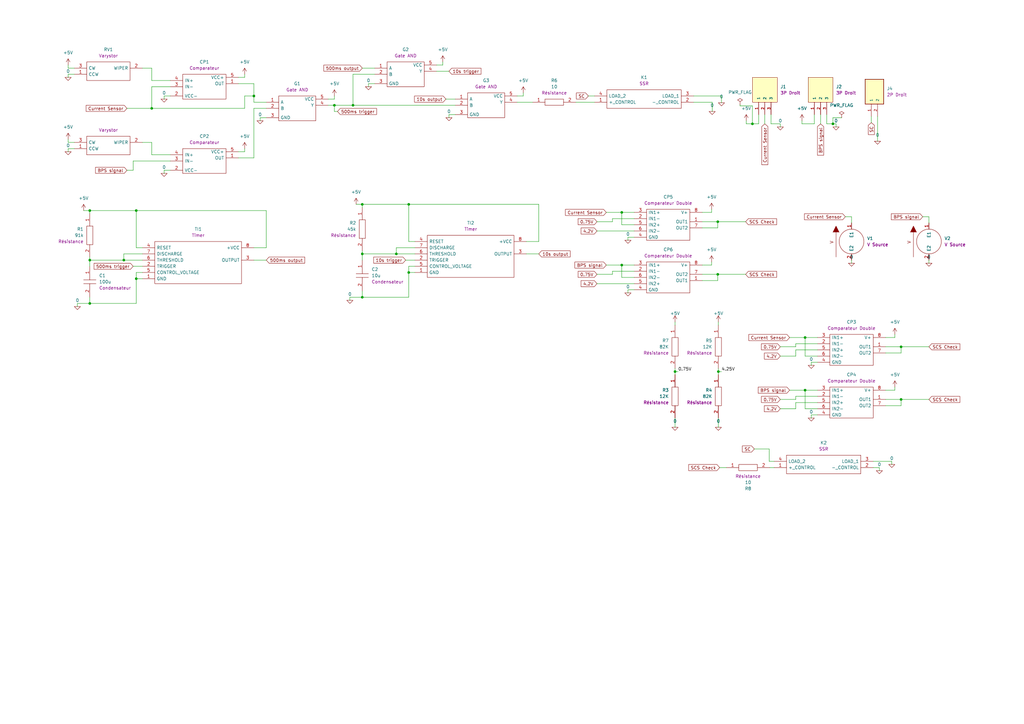
<source format=kicad_sch>
(kicad_sch (version 20230121) (generator eeschema)
  (paper "A3")
  (junction (at 276.86 152.4))
  (junction (at 55.88 114.3))
  (junction (at 294.386 112.522))
  (junction (at 50.8 106.68))
  (junction (at 308.61 50.8))
  (junction (at 255.016 87.122))
  (junction (at 148.59 104.14))
  (junction (at 294.64 152.4))
  (junction (at 167.64 111.76))
  (junction (at 104.14 39.37))
  (junction (at 330.2 160.02))
  (junction (at 62.23 44.45))
  (junction (at 255.016 108.712))
  (junction (at 330.2 138.43))
  (junction (at 369.57 142.24))
  (junction (at 341.63 50.8))
  (junction (at 36.83 106.68))
  (junction (at 36.83 86.36))
  (junction (at 137.16 43.18))
  (junction (at 148.59 121.92))
  (junction (at 148.59 83.82))
  (junction (at 167.64 83.82))
  (junction (at 369.57 163.83))
  (junction (at 36.83 124.46))
  (junction (at 144.78 43.18))
  (junction (at 294.386 90.932))
  (junction (at 162.56 104.14))
  (junction (at 55.88 86.36))
  (wire (pts (xy 167.64 111.76) (xy 170.18 111.76)))
  (wire (pts (xy 62.23 44.45) (xy 52.07 44.45)))
  (wire (pts (xy 326.39 146.05) (xy 320.04 146.05)))
  (wire (pts (xy 341.63 50.8) (xy 342.9 50.8)))
  (wire (pts (xy 345.186 48.26) (xy 341.63 48.26)))
  (wire (pts (xy 215.9 104.14) (xy 220.98 104.14)))
  (wire (pts (xy 294.386 90.932) (xy 294.386 93.472)))
  (wire (pts (xy 313.69 46.99) (xy 313.69 50.8)))
  (wire (pts (xy 294.386 93.472) (xy 288.036 93.472)))
  (wire (pts (xy 167.64 83.82) (xy 220.98 83.82)))
  (wire (pts (xy 292.1 41.91) (xy 292.1 45.72)))
  (wire (pts (xy 323.85 138.43) (xy 330.2 138.43)))
  (wire (pts (xy 339.09 50.8) (xy 341.63 50.8)))
  (wire (pts (xy 291.846 108.712) (xy 288.036 108.712)))
  (wire (pts (xy 349.25 106.68) (xy 349.25 107.95)))
  (wire (pts (xy 100.33 60.96) (xy 100.33 62.23)))
  (wire (pts (xy 320.04 50.8) (xy 320.04 52.07)))
  (wire (pts (xy 360.68 191.77) (xy 360.68 193.04)))
  (wire (pts (xy 276.86 152.4) (xy 278.13 152.4)))
  (wire (pts (xy 162.56 101.6) (xy 162.56 104.14)))
  (wire (pts (xy 316.23 50.8) (xy 320.04 50.8)))
  (wire (pts (xy 309.372 184.15) (xy 315.468 184.15)))
  (wire (pts (xy 244.856 116.332) (xy 260.096 116.332)))
  (wire (pts (xy 257.556 118.872) (xy 257.556 120.142)))
  (wire (pts (xy 367.03 137.16) (xy 367.03 138.43)))
  (wire (pts (xy 148.59 104.14) (xy 162.56 104.14)))
  (wire (pts (xy 363.22 142.24) (xy 369.57 142.24)))
  (wire (pts (xy 291.846 87.122) (xy 288.036 87.122)))
  (wire (pts (xy 143.51 123.19) (xy 143.51 121.92)))
  (wire (pts (xy 255.016 108.712) (xy 260.096 108.712)))
  (wire (pts (xy 326.39 162.56) (xy 326.39 163.83)))
  (wire (pts (xy 67.31 39.37) (xy 67.31 40.64)))
  (wire (pts (xy 69.85 39.37) (xy 67.31 39.37)))
  (wire (pts (xy 330.2 138.43) (xy 330.2 146.05)))
  (wire (pts (xy 146.05 83.82) (xy 148.59 83.82)))
  (wire (pts (xy 62.23 33.02) (xy 69.85 33.02)))
  (wire (pts (xy 369.57 142.24) (xy 369.57 144.78)))
  (wire (pts (xy 367.03 158.75) (xy 367.03 160.02)))
  (wire (pts (xy 104.14 101.6) (xy 109.22 101.6)))
  (wire (pts (xy 255.016 87.122) (xy 255.016 92.202)))
  (wire (pts (xy 36.83 106.68) (xy 50.8 106.68)))
  (wire (pts (xy 341.63 48.26) (xy 341.63 50.8)))
  (wire (pts (xy 104.14 39.37) (xy 104.14 41.91)))
  (wire (pts (xy 236.22 41.91) (xy 243.84 41.91)))
  (wire (pts (xy 148.59 27.94) (xy 153.67 27.94)))
  (wire (pts (xy 294.64 132.08) (xy 294.64 133.35)))
  (wire (pts (xy 167.64 121.92) (xy 148.59 121.92)))
  (wire (pts (xy 58.42 111.76) (xy 55.88 111.76)))
  (wire (pts (xy 330.2 160.02) (xy 330.2 167.64)))
  (wire (pts (xy 251.206 111.252) (xy 260.096 111.252)))
  (wire (pts (xy 27.94 58.42) (xy 30.48 58.42)))
  (wire (pts (xy 153.67 34.29) (xy 151.13 34.29)))
  (wire (pts (xy 332.74 170.18) (xy 332.74 171.45)))
  (wire (pts (xy 255.016 92.202) (xy 260.096 92.202)))
  (wire (pts (xy 106.68 48.26) (xy 106.68 49.53)))
  (wire (pts (xy 311.15 46.99) (xy 311.15 50.8)))
  (wire (pts (xy 369.57 166.37) (xy 363.22 166.37)))
  (wire (pts (xy 363.22 163.83) (xy 369.57 163.83)))
  (wire (pts (xy 104.14 41.91) (xy 109.22 41.91)))
  (wire (pts (xy 369.57 163.83) (xy 369.57 166.37)))
  (wire (pts (xy 326.39 163.83) (xy 320.04 163.83)))
  (wire (pts (xy 255.016 113.792) (xy 260.096 113.792)))
  (wire (pts (xy 306.07 50.8) (xy 306.07 49.53)))
  (wire (pts (xy 326.39 142.24) (xy 320.04 142.24)))
  (wire (pts (xy 214.63 39.37) (xy 212.09 39.37)))
  (wire (pts (xy 294.64 152.4) (xy 294.64 153.67)))
  (wire (pts (xy 109.22 48.26) (xy 106.68 48.26)))
  (wire (pts (xy 97.79 64.77) (xy 104.14 64.77)))
  (wire (pts (xy 367.03 160.02) (xy 363.22 160.02)))
  (wire (pts (xy 162.56 101.6) (xy 170.18 101.6)))
  (wire (pts (xy 30.48 30.48) (xy 27.94 30.48)))
  (wire (pts (xy 284.48 39.37) (xy 295.91 39.37)))
  (wire (pts (xy 137.16 45.72) (xy 138.43 45.72)))
  (wire (pts (xy 346.71 88.9) (xy 349.25 88.9)))
  (wire (pts (xy 308.61 50.8) (xy 306.07 50.8)))
  (wire (pts (xy 109.22 101.6) (xy 109.22 86.36)))
  (wire (pts (xy 170.18 109.22) (xy 167.64 109.22)))
  (wire (pts (xy 167.64 109.22) (xy 167.64 111.76)))
  (wire (pts (xy 335.28 167.64) (xy 330.2 167.64)))
  (wire (pts (xy 214.63 38.1) (xy 214.63 39.37)))
  (wire (pts (xy 336.55 46.99) (xy 336.55 50.8)))
  (wire (pts (xy 36.83 105.41) (xy 36.83 106.68)))
  (wire (pts (xy 153.67 30.48) (xy 144.78 30.48)))
  (wire (pts (xy 100.33 30.48) (xy 100.33 31.75)))
  (wire (pts (xy 148.59 83.82) (xy 148.59 85.09)))
  (wire (pts (xy 58.42 58.42) (xy 62.23 58.42)))
  (wire (pts (xy 330.2 160.02) (xy 335.28 160.02)))
  (wire (pts (xy 367.03 138.43) (xy 363.22 138.43)))
  (wire (pts (xy 328.93 50.8) (xy 328.93 49.53)))
  (wire (pts (xy 212.09 41.91) (xy 218.44 41.91)))
  (wire (pts (xy 36.83 86.36) (xy 36.83 87.63)))
  (wire (pts (xy 167.64 83.82) (xy 167.64 99.06)))
  (wire (pts (xy 27.94 26.67) (xy 27.94 27.94)))
  (wire (pts (xy 55.88 101.6) (xy 58.42 101.6)))
  (wire (pts (xy 365.76 189.23) (xy 365.76 190.5)))
  (wire (pts (xy 315.722 191.77) (xy 317.5 191.77)))
  (wire (pts (xy 349.25 88.9) (xy 349.25 91.44)))
  (wire (pts (xy 167.64 99.06) (xy 170.18 99.06)))
  (wire (pts (xy 27.94 60.96) (xy 27.94 62.23)))
  (wire (pts (xy 316.23 46.99) (xy 316.23 50.8)))
  (wire (pts (xy 369.57 142.24) (xy 381 142.24)))
  (wire (pts (xy 335.28 146.05) (xy 330.2 146.05)))
  (wire (pts (xy 137.16 43.18) (xy 144.78 43.18)))
  (wire (pts (xy 181.61 25.4) (xy 181.61 26.67)))
  (wire (pts (xy 295.148 191.77) (xy 297.942 191.77)))
  (wire (pts (xy 311.15 50.8) (xy 308.61 50.8)))
  (wire (pts (xy 257.556 97.282) (xy 257.556 98.552)))
  (wire (pts (xy 100.33 62.23) (xy 97.79 62.23)))
  (wire (pts (xy 148.59 83.82) (xy 167.64 83.82)))
  (wire (pts (xy 100.33 31.75) (xy 97.79 31.75)))
  (wire (pts (xy 294.386 90.932) (xy 305.816 90.932)))
  (wire (pts (xy 255.016 87.122) (xy 260.096 87.122)))
  (wire (pts (xy 143.51 121.92) (xy 148.59 121.92)))
  (wire (pts (xy 251.206 89.662) (xy 260.096 89.662)))
  (wire (pts (xy 276.86 151.13) (xy 276.86 152.4)))
  (wire (pts (xy 148.59 102.87) (xy 148.59 104.14)))
  (wire (pts (xy 276.86 132.08) (xy 276.86 133.35)))
  (wire (pts (xy 335.28 170.18) (xy 332.74 170.18)))
  (wire (pts (xy 358.14 189.23) (xy 365.76 189.23)))
  (wire (pts (xy 31.75 125.73) (xy 31.75 124.46)))
  (wire (pts (xy 137.16 40.64) (xy 134.62 40.64)))
  (wire (pts (xy 62.23 35.56) (xy 62.23 44.45)))
  (wire (pts (xy 335.28 143.51) (xy 326.39 143.51)))
  (wire (pts (xy 104.14 34.29) (xy 104.14 39.37)))
  (wire (pts (xy 244.856 94.742) (xy 260.096 94.742)))
  (wire (pts (xy 134.62 43.18) (xy 137.16 43.18)))
  (wire (pts (xy 54.61 109.22) (xy 58.42 109.22)))
  (wire (pts (xy 36.83 121.92) (xy 36.83 124.46)))
  (wire (pts (xy 326.39 162.56) (xy 335.28 162.56)))
  (wire (pts (xy 295.91 39.37) (xy 295.91 42.164)))
  (wire (pts (xy 55.88 111.76) (xy 55.88 114.3)))
  (wire (pts (xy 137.16 43.18) (xy 137.16 45.72)))
  (wire (pts (xy 260.096 118.872) (xy 257.556 118.872)))
  (wire (pts (xy 315.468 189.23) (xy 317.5 189.23)))
  (wire (pts (xy 181.61 26.67) (xy 179.07 26.67)))
  (wire (pts (xy 255.016 108.712) (xy 255.016 113.792)))
  (wire (pts (xy 326.39 143.51) (xy 326.39 146.05)))
  (wire (pts (xy 284.48 41.91) (xy 292.1 41.91)))
  (wire (pts (xy 369.57 163.83) (xy 381 163.83)))
  (wire (pts (xy 55.88 114.3) (xy 55.88 124.46)))
  (wire (pts (xy 303.53 42.926) (xy 303.53 43.434)))
  (wire (pts (xy 288.036 90.932) (xy 294.386 90.932)))
  (wire (pts (xy 294.386 115.062) (xy 288.036 115.062)))
  (wire (pts (xy 334.01 46.99) (xy 334.01 50.8)))
  (wire (pts (xy 308.61 43.434) (xy 308.61 50.8)))
  (wire (pts (xy 251.206 90.932) (xy 244.856 90.932)))
  (wire (pts (xy 357.378 47.752) (xy 357.378 50.292)))
  (wire (pts (xy 251.206 112.522) (xy 244.856 112.522)))
  (wire (pts (xy 55.88 86.36) (xy 109.22 86.36)))
  (wire (pts (xy 243.84 39.37) (xy 241.3 39.37)))
  (wire (pts (xy 104.14 44.45) (xy 109.22 44.45)))
  (wire (pts (xy 27.94 57.15) (xy 27.94 58.42)))
  (wire (pts (xy 251.206 111.252) (xy 251.206 112.522)))
  (wire (pts (xy 291.846 107.442) (xy 291.846 108.712)))
  (wire (pts (xy 294.64 151.13) (xy 294.64 152.4)))
  (wire (pts (xy 104.14 106.68) (xy 109.22 106.68)))
  (wire (pts (xy 330.2 138.43) (xy 335.28 138.43)))
  (wire (pts (xy 148.59 104.14) (xy 148.59 106.68)))
  (wire (pts (xy 186.69 46.99) (xy 184.15 46.99)))
  (wire (pts (xy 166.37 106.68) (xy 170.18 106.68)))
  (wire (pts (xy 27.94 27.94) (xy 30.48 27.94)))
  (wire (pts (xy 69.85 69.85) (xy 67.31 69.85)))
  (wire (pts (xy 55.88 124.46) (xy 36.83 124.46)))
  (wire (pts (xy 50.8 104.14) (xy 50.8 106.68)))
  (wire (pts (xy 335.28 165.1) (xy 326.39 165.1)))
  (wire (pts (xy 326.39 140.97) (xy 335.28 140.97)))
  (wire (pts (xy 34.29 86.36) (xy 36.83 86.36)))
  (wire (pts (xy 328.93 50.8) (xy 334.01 50.8)))
  (wire (pts (xy 332.74 148.59) (xy 332.74 149.86)))
  (wire (pts (xy 276.86 171.45) (xy 276.86 175.26)))
  (wire (pts (xy 151.13 34.29) (xy 151.13 35.56)))
  (wire (pts (xy 100.33 44.45) (xy 100.33 39.37)))
  (wire (pts (xy 326.39 140.97) (xy 326.39 142.24)))
  (wire (pts (xy 220.98 99.06) (xy 220.98 83.82)))
  (wire (pts (xy 30.48 60.96) (xy 27.94 60.96)))
  (wire (pts (xy 167.64 111.76) (xy 167.64 121.92)))
  (wire (pts (xy 62.23 35.56) (xy 69.85 35.56)))
  (wire (pts (xy 294.64 171.45) (xy 294.64 175.26)))
  (wire (pts (xy 54.61 69.85) (xy 52.07 69.85)))
  (wire (pts (xy 335.28 148.59) (xy 332.74 148.59)))
  (wire (pts (xy 294.386 112.522) (xy 294.386 115.062)))
  (wire (pts (xy 36.83 86.36) (xy 55.88 86.36)))
  (wire (pts (xy 62.23 27.94) (xy 62.23 33.02)))
  (wire (pts (xy 100.33 39.37) (xy 104.14 39.37)))
  (wire (pts (xy 294.64 152.4) (xy 295.91 152.4)))
  (wire (pts (xy 55.88 86.36) (xy 55.88 101.6)))
  (wire (pts (xy 144.78 30.48) (xy 144.78 43.18)))
  (wire (pts (xy 381 88.9) (xy 381 91.44)))
  (wire (pts (xy 276.86 152.4) (xy 276.86 153.67)))
  (wire (pts (xy 54.61 66.04) (xy 54.61 69.85)))
  (wire (pts (xy 381 106.68) (xy 381 107.95)))
  (wire (pts (xy 50.8 104.14) (xy 58.42 104.14)))
  (wire (pts (xy 104.14 44.45) (xy 104.14 64.77)))
  (wire (pts (xy 359.918 47.752) (xy 359.918 57.912)))
  (wire (pts (xy 251.206 89.662) (xy 251.206 90.932)))
  (wire (pts (xy 27.94 30.48) (xy 27.94 31.75)))
  (wire (pts (xy 137.16 39.37) (xy 137.16 40.64)))
  (wire (pts (xy 291.846 85.852) (xy 291.846 87.122)))
  (wire (pts (xy 326.39 167.64) (xy 320.04 167.64)))
  (wire (pts (xy 148.59 119.38) (xy 148.59 121.92)))
  (wire (pts (xy 97.79 34.29) (xy 104.14 34.29)))
  (wire (pts (xy 62.23 44.45) (xy 100.33 44.45)))
  (wire (pts (xy 342.9 50.8) (xy 342.9 52.07)))
  (wire (pts (xy 184.15 46.99) (xy 184.15 48.26)))
  (wire (pts (xy 369.57 144.78) (xy 363.22 144.78)))
  (wire (pts (xy 326.39 165.1) (xy 326.39 167.64)))
  (wire (pts (xy 260.096 97.282) (xy 257.556 97.282)))
  (wire (pts (xy 179.07 29.21) (xy 184.15 29.21)))
  (wire (pts (xy 294.386 112.522) (xy 305.816 112.522)))
  (wire (pts (xy 144.78 43.18) (xy 186.69 43.18)))
  (wire (pts (xy 50.8 106.68) (xy 58.42 106.68)))
  (wire (pts (xy 248.666 108.712) (xy 255.016 108.712)))
  (wire (pts (xy 58.42 27.94) (xy 62.23 27.94)))
  (wire (pts (xy 182.88 40.64) (xy 186.69 40.64)))
  (wire (pts (xy 31.75 124.46) (xy 36.83 124.46)))
  (wire (pts (xy 67.31 69.85) (xy 67.31 71.12)))
  (wire (pts (xy 55.88 114.3) (xy 58.42 114.3)))
  (wire (pts (xy 54.61 66.04) (xy 69.85 66.04)))
  (wire (pts (xy 358.14 191.77) (xy 360.68 191.77)))
  (wire (pts (xy 248.666 87.122) (xy 255.016 87.122)))
  (wire (pts (xy 62.23 58.42) (xy 62.23 63.5)))
  (wire (pts (xy 162.56 104.14) (xy 170.18 104.14)))
  (wire (pts (xy 323.85 160.02) (xy 330.2 160.02)))
  (wire (pts (xy 215.9 99.06) (xy 220.98 99.06)))
  (wire (pts (xy 288.036 112.522) (xy 294.386 112.522)))
  (wire (pts (xy 36.83 106.68) (xy 36.83 109.22)))
  (wire (pts (xy 339.09 46.99) (xy 339.09 50.8)))
  (wire (pts (xy 378.46 88.9) (xy 381 88.9)))
  (wire (pts (xy 315.468 184.15) (xy 315.468 189.23)))
  (wire (pts (xy 62.23 63.5) (xy 69.85 63.5)))
  (wire (pts (xy 303.53 43.434) (xy 308.61 43.434)))
  (rectangle (start 276.86 82.55) (end 276.86 82.55))
  (label "4.25V" (at 295.91 152.4 0))
  (label "0.75V" (at 278.13 152.4 0))
  (global_label "Current Sensor" (shape input) (at 313.69 50.8 270) (property "Intersheetrefs" "${INTERSHEET_REFS}" (effects hide)))
  (global_label "SCS Check" (shape input) (at 305.816 90.932 0) (property "Intersheetrefs" "${INTERSHEET_REFS}" (effects hide)))
  (global_label "500ms trigger" (shape input) (at 54.61 109.22 180) (property "Intersheetrefs" "${INTERSHEET_REFS}" (effects hide)))
  (global_label "BPS signal" (shape input) (at 378.46 88.9 180) (property "Intersheetrefs" "${INTERSHEET_REFS}" (effects hide)))
  (global_label "SCS Check" (shape input) (at 305.816 112.522 0) (property "Intersheetrefs" "${INTERSHEET_REFS}" (effects hide)))
  (global_label "SC" (shape input) (at 309.372 184.15 180) (property "Intersheetrefs" "${INTERSHEET_REFS}" (effects hide)))
  (global_label "SCS Check" (shape input) (at 295.148 191.77 180) (property "Intersheetrefs" "${INTERSHEET_REFS}" (effects hide)))
  (global_label "4.2V" (shape input) (at 320.04 146.05 180) (property "Intersheetrefs" "${INTERSHEET_REFS}" (effects hide)))
  (global_label "500ms output" (shape input) (at 148.59 27.94 180) (property "Intersheetrefs" "${INTERSHEET_REFS}" (effects hide)))
  (global_label "500ms trigger" (shape input) (at 138.43 45.72 0) (property "Intersheetrefs" "${INTERSHEET_REFS}" (effects hide)))
  (global_label "BPS signal" (shape input) (at 336.55 50.8 270) (property "Intersheetrefs" "${INTERSHEET_REFS}" (effects hide)))
  (global_label "BPS signal" (shape input) (at 248.666 108.712 180) (property "Intersheetrefs" "${INTERSHEET_REFS}" (effects hide)))
  (global_label "SC" (shape input) (at 241.3 39.37 180) (property "Intersheetrefs" "${INTERSHEET_REFS}" (effects hide)))
  (global_label "BPS signal" (shape input) (at 52.07 69.85 180) (property "Intersheetrefs" "${INTERSHEET_REFS}" (effects hide)))
  (global_label "Current Sensor" (shape input) (at 346.71 88.9 180) (property "Intersheetrefs" "${INTERSHEET_REFS}" (effects hide)))
  (global_label "4.2V" (shape input) (at 244.856 116.332 180) (property "Intersheetrefs" "${INTERSHEET_REFS}" (effects hide)))
  (global_label "SCS Check" (shape input) (at 381 142.24 0) (property "Intersheetrefs" "${INTERSHEET_REFS}" (effects hide)))
  (global_label "10s trigger" (shape input) (at 166.37 106.68 180) (property "Intersheetrefs" "${INTERSHEET_REFS}" (effects hide)))
  (global_label "10s output" (shape input) (at 182.88 40.64 180) (property "Intersheetrefs" "${INTERSHEET_REFS}" (effects hide)))
  (global_label "SC" (shape input) (at 357.378 50.292 270) (property "Intersheetrefs" "${INTERSHEET_REFS}" (effects hide)))
  (global_label "0.75V" (shape input) (at 244.856 112.522 180) (property "Intersheetrefs" "${INTERSHEET_REFS}" (effects hide)))
  (global_label "Current Sensor" (shape input) (at 52.07 44.45 180) (property "Intersheetrefs" "${INTERSHEET_REFS}" (effects hide)))
  (global_label "0.75V" (shape input) (at 244.856 90.932 180) (property "Intersheetrefs" "${INTERSHEET_REFS}" (effects hide)))
  (global_label "10s trigger" (shape input) (at 184.15 29.21 0) (property "Intersheetrefs" "${INTERSHEET_REFS}" (effects hide)))
  (global_label "4.2V" (shape input) (at 320.04 167.64 180) (property "Intersheetrefs" "${INTERSHEET_REFS}" (effects hide)))
  (global_label "SCS Check" (shape input) (at 381 163.83 0) (property "Intersheetrefs" "${INTERSHEET_REFS}" (effects hide)))
  (global_label "BPS signal" (shape input) (at 323.85 160.02 180) (property "Intersheetrefs" "${INTERSHEET_REFS}" (effects hide)))
  (global_label "10s output" (shape input) (at 220.98 104.14 0) (property "Intersheetrefs" "${INTERSHEET_REFS}" (effects hide)))
  (global_label "0.75V" (shape input) (at 320.04 163.83 180) (property "Intersheetrefs" "${INTERSHEET_REFS}" (effects hide)))
  (global_label "Current Sensor" (shape input) (at 323.85 138.43 180) (property "Intersheetrefs" "${INTERSHEET_REFS}" (effects hide)))
  (global_label "4.2V" (shape input) (at 244.856 94.742 180) (property "Intersheetrefs" "${INTERSHEET_REFS}" (effects hide)))
  (global_label "Current Sensor" (shape input) (at 248.666 87.122 180) (property "Intersheetrefs" "${INTERSHEET_REFS}" (effects hide)))
  (global_label "500ms output" (shape input) (at 109.22 106.68 0) (property "Intersheetrefs" "${INTERSHEET_REFS}" (effects hide)))
  (global_label "0.75V" (shape input) (at 320.04 142.24 180) (property "Intersheetrefs" "${INTERSHEET_REFS}" (effects hide)))
  (symbol (lib_name "Résistance RK73H2BLTDD2152F_1") (lib_id "EPSA_lib:Résistance RK73H2BLTDD2152F") (at 297.942 191.77 0) (mirror x) (unit 1)
    (property "Reference" "R8" (at 306.832 200.406 0))
    (property "Value" "10" (at 306.832 197.866 0))
    (property "Footprint" "EPSA_lib:RESC3216X70N" (effects hide))
    (property "Datasheet" "http://www.koaspeer.com/catimages/Products/RK73H/RK73H.pdf" (effects hide))
    (property "Sim.Pins" "1=+ 2=-" (effects hide))
    (property "Sim.Device" "R" (effects hide))
    (property "Description" "Thick Film Resistors - SMD" (effects hide))
    (property "Height" "0.7" (effects hide))
    (property "Manufacturer_Name" "KOA Speer" (effects hide))
    (property "Manufacturer_Part_Number" "RK73H2BLTDD2152F" (effects hide))
    (property "Mouser Part Number" "N/A" (effects hide))
    (property "Mouser Price/Stock" "https://www.mouser.co.uk/ProductDetail/KOA-Speer/RK73H2BLTDD2152F?qs=WeIALVmW3zmyxMFsjVzMRw%3D%3D" (effects hide))
    (property "Render Name" "Résistance" (at 306.832 195.326 0))
  )
  (symbol (lib_id "Simulation_SPICE:0") (at 67.31 71.12 0) (unit 1)
    (property "Reference" "#GND09" (effects hide))
    (property "Value" "0" (at 67.31 68.58 0))
  )
  (symbol (lib_id "Simulation_SPICE:0") (at 106.68 49.53 0) (unit 1)
    (property "Reference" "#GND010" (effects hide))
    (property "Value" "0" (at 106.68 46.99 0))
  )
  (symbol (lib_id "EPSA_lib:Résistance RK73H2BLTDD2152F") (at 294.64 153.67 270) (unit 1)
    (property "Reference" "R4" (at 292.1 160.02 90) (effects (justify right)))
    (property "Value" "82K" (at 292.1 162.56 90) (effects (justify right)))
    (property "Footprint" "EPSA_lib:RESC3216X70N" (effects hide))
    (property "Datasheet" "http://www.koaspeer.com/catimages/Products/RK73H/RK73H.pdf" (effects hide))
    (property "Sim.Pins" "1=+ 2=-" (effects hide))
    (property "Sim.Device" "R" (effects hide))
    (property "Description" "Thick Film Resistors - SMD" (effects hide))
    (property "Height" "0.7" (effects hide))
    (property "Manufacturer_Name" "KOA Speer" (effects hide))
    (property "Manufacturer_Part_Number" "RK73H2BLTDD2152F" (effects hide))
    (property "Mouser Part Number" "N/A" (effects hide))
    (property "Mouser Price/Stock" "https://www.mouser.co.uk/ProductDetail/KOA-Speer/RK73H2BLTDD2152F?qs=WeIALVmW3zmyxMFsjVzMRw%3D%3D" (effects hide))
    (property "Render Name" "Résistance" (at 292.1 165.1 90) (effects (justify right)))
  )
  (symbol (lib_id "power:PWR_FLAG") (at 303.53 42.926 0) (unit 1)
    (property "Reference" "#FLG01" (effects hide))
    (property "Value" "PWR_FLAG" (at 303.53 37.846 0))
  )
  (symbol (lib_id "EPSA_lib:Comparateur TS391ILT") (at 69.85 63.5 0) (unit 1)
    (property "Reference" "CP2" (at 83.82 55.88 0))
    (property "Value" "Comparateur TS391ILT" (effects hide))
    (property "Footprint" "EPSA_lib:SOT95P280X145-5N" (effects hide))
    (property "Datasheet" "http://www.st.com/st-web-ui/static/active/en/resource/technical/document/datasheet/CD00001660.pdf" (effects hide))
    (property "Sim.Pins" "4=1 3=2 5=3 2=4 1=5" (effects hide))
    (property "Sim.Device" "SPICE" (effects hide))
    (property "Sim.Params" "type=\"X\" model=\"TS391\" lib=\"${EPSA}\\SpiceModel\\C_ts391.lib\"" (effects hide))
    (property "Description" "TS391ILT, Comparator Open Collector 0.3us 12 V, 15 V, 18 V, 24 V, 28 V, 3 V, 5 V, 9 V 5-Pin SOT-23" (effects hide))
    (property "Height" "1.45" (effects hide))
    (property "Manufacturer_Name" "STMicroelectronics" (effects hide))
    (property "Manufacturer_Part_Number" "TS391ILT" (effects hide))
    (property "Mouser Part Number" "511-TS391IL" (effects hide))
    (property "Mouser Price/Stock" "https://www.mouser.co.uk/ProductDetail/STMicroelectronics/TS391ILT?qs=P8h1tZw8GcB9GWR61XM17g%3D%3D" (effects hide))
    (property "Arrow Part Number" "TS391ILT" (effects hide))
    (property "Arrow Price/Stock" "https://www.arrow.com/en/products/ts391ilt/stmicroelectronics?region=europe" (effects hide))
    (property "Render Name" "Comparateur" (at 83.82 58.42 0))
  )
  (symbol (lib_id "EPSA_lib:Gate AND SN74AHCT1G08DBVR") (at 186.69 40.64 0) (unit 1)
    (property "Reference" "G3" (at 199.39 33.02 0))
    (property "Value" "Gate AND SN74AHCT1G08DBVR" (effects hide))
    (property "Footprint" "EPSA_lib:SOT95P280X145-5N" (effects hide))
    (property "Datasheet" "https://datasheet.datasheetarchive.com/originals/distributors/SFDatasheet-6/sf-000128638.pdf" (effects hide))
    (property "Sim.Pins" "4=1 1=2 2=3 5=4 3=5" (effects hide))
    (property "Sim.Device" "SPICE" (effects hide))
    (property "Sim.Params" "type=\"X\" model=\"SN74AHC1G08\" lib=\"${EPSA}\\SpiceModel\\AND_SN74AHC1G08.lib\"" (effects hide))
    (property "Description" "SN74AHCT1G08DBVR, Logic Gate 2 Input AND, AHCT, 8mA 5V 5-Pin SOT-23" (effects hide))
    (property "Height" "1.45" (effects hide))
    (property "Manufacturer_Name" "Texas Instruments" (effects hide))
    (property "Manufacturer_Part_Number" "SN74AHCT1G08DBVR" (effects hide))
    (property "Mouser Part Number" "595-SN74AHCT1G08DBVR" (effects hide))
    (property "Mouser Price/Stock" "https://www.mouser.co.uk/ProductDetail/Texas-Instruments/SN74AHCT1G08DBVR?qs=8Pd2FuFSoMGY9AK%2Ftqwbcw%3D%3D" (effects hide))
    (property "Arrow Part Number" "SN74AHCT1G08DBVR" (effects hide))
    (property "Arrow Price/Stock" "https://www.arrow.com/en/products/sn74ahct1g08dbvr/texas-instruments?region=nac" (effects hide))
    (property "Render Name" "Gate AND" (at 199.39 35.56 0))
  )
  (symbol (lib_id "power:+5V") (at 328.93 49.53 0) (unit 1)
    (property "Reference" "#PWR02" (effects hide))
    (property "Value" "+5V" (at 328.93 44.45 0))
  )
  (symbol (lib_id "Simulation_SPICE:0") (at 342.9 52.07 0) (unit 1)
    (property "Reference" "#GND02" (effects hide))
    (property "Value" "0" (at 342.9 49.53 0))
  )
  (symbol (lib_id "EPSA_lib:Timer 555 LM555CMX_NOPB") (at 58.42 101.6 0) (unit 1)
    (property "Reference" "TI1" (at 81.28 93.98 0))
    (property "Value" "Timer 555 LM555CMX_NOPB" (effects hide))
    (property "Footprint" "EPSA_lib:SOIC127P600X175-8N" (effects hide))
    (property "Datasheet" "http://www.ti.com/lit/ds/symlink/lm555.pdf" (effects hide))
    (property "Sim.Pins" "6=1 5=2 2=3 4=4 3=5 7=6 8=7 1=8" (effects hide))
    (property "Sim.Device" "SPICE" (effects hide))
    (property "Sim.Params" "type=\"X\" model=\"TLC555\" lib=\"${EPSA}\\SpiceModel\\555_TLC555.lib\"" (effects hide))
    (property "Description" "Highly stable 555 timer for generating accurate time delays and oscillation" (effects hide))
    (property "Height" "1.75" (effects hide))
    (property "Manufacturer_Name" "Texas Instruments" (effects hide))
    (property "Manufacturer_Part_Number" "LM555CMX/NOPB" (effects hide))
    (property "Mouser Part Number" "926-LM555CMX/NOPB" (effects hide))
    (property "Mouser Price/Stock" "https://www.mouser.co.uk/ProductDetail/Texas-Instruments/LM555CMX-NOPB?qs=QbsRYf82W3GHnQuoL%2FmIoA%3D%3D" (effects hide))
    (property "Arrow Part Number" "LM555CMX/NOPB" (effects hide))
    (property "Arrow Price/Stock" "https://www.arrow.com/en/products/lm555cmxnopb/texas-instruments?region=nac" (effects hide))
    (property "Render Name" "Timer" (at 81.28 96.52 0))
  )
  (symbol (lib_id "power:+5V") (at 137.16 39.37 0) (mirror y) (unit 1)
    (property "Reference" "#PWR010" (effects hide))
    (property "Value" "+5V" (at 137.16 34.29 0))
  )
  (symbol (lib_id "Simulation_SPICE:0") (at 292.1 45.72 0) (unit 1)
    (property "Reference" "#GND012" (effects hide))
    (property "Value" "0" (at 292.1 43.18 0))
  )
  (symbol (lib_id "EPSA_lib:Résistance RK73H2BLTDD2152F") (at 148.59 85.09 270) (unit 1)
    (property "Reference" "R2" (at 146.05 91.44 90) (effects (justify right)))
    (property "Value" "45k" (at 146.05 93.98 90) (effects (justify right)))
    (property "Footprint" "EPSA_lib:RESC3216X70N" (effects hide))
    (property "Datasheet" "http://www.koaspeer.com/catimages/Products/RK73H/RK73H.pdf" (effects hide))
    (property "Sim.Pins" "1=+ 2=-" (effects hide))
    (property "Sim.Device" "R" (effects hide))
    (property "Description" "Thick Film Resistors - SMD" (effects hide))
    (property "Height" "0.7" (effects hide))
    (property "Manufacturer_Name" "KOA Speer" (effects hide))
    (property "Manufacturer_Part_Number" "RK73H2BLTDD2152F" (effects hide))
    (property "Mouser Part Number" "N/A" (effects hide))
    (property "Mouser Price/Stock" "https://www.mouser.co.uk/ProductDetail/KOA-Speer/RK73H2BLTDD2152F?qs=WeIALVmW3zmyxMFsjVzMRw%3D%3D" (effects hide))
    (property "Render Name" "Résistance" (at 146.05 96.52 90) (effects (justify right)))
  )
  (symbol (lib_id "Simulation_SPICE:0") (at 27.94 31.75 0) (unit 1)
    (property "Reference" "#GND06" (effects hide))
    (property "Value" "0" (at 27.94 29.21 0))
  )
  (symbol (lib_id "Simulation_SPICE:0") (at 360.68 193.04 0) (unit 1)
    (property "Reference" "#GND020" (effects hide))
    (property "Value" "0" (at 360.68 190.5 0))
  )
  (symbol (lib_id "Simulation_SPICE:0") (at 143.51 123.19 0) (unit 1)
    (property "Reference" "#GND015" (effects hide))
    (property "Value" "0" (at 143.51 120.65 0))
  )
  (symbol (lib_id "EPSA_lib:3P Droit 22-11-2032") (at 313.69 36.83 90) (unit 1)
    (property "Reference" "J1" (at 320.04 35.56 90) (effects (justify right)))
    (property "Value" "3P Droit 22-11-2032" (effects hide))
    (property "Footprint" "EPSA_lib:MOLEX_22-11-2032" (effects hide))
    (property "Sim.Pins" "1=1 2=2 3=3" (effects hide))
    (property "Sim.Device" "SPICE" (effects hide))
    (property "Sim.Params" "type=\"J\" model=\"22-11-2032\" lib=\"\"" (effects hide))
    (property "STANDARD" "Manufacturer recommendations" (effects hide))
    (property "PARTREV" "BD8" (effects hide))
    (property "MAXIMUM_PACKAGE_HEIGHT" "10.66mm" (effects hide))
    (property "MANUFACTURER" "Molex" (effects hide))
    (property "Sim.Enable" "0" (effects hide))
    (property "Render Name" "3P Droit" (at 320.04 38.1 90) (effects (justify right)))
  )
  (symbol (lib_name "Dep_ Comparateur Double LM393LVDR_1") (lib_id "EPSA_lib:Dep_ Comparateur Double LM393LVDR") (at 260.096 88.392 0) (unit 1)
    (property "Reference" "CP5" (at 274.066 80.772 0))
    (property "Value" "Comparateur Double LM393LVDR" (effects hide))
    (property "Footprint" "EPSA_lib:SOIC127P600X175-8N" (effects hide))
    (property "Datasheet" "https://www.ti.com/lit/ds/symlink/lm393lv.pdf?ts=1609509320428&ref_url=https%253A%252F%252Feu.mouser.com%252F" (effects hide))
    (property "Sim.Pins" "1=1 2=2 3=3 4=4 5=5 6=6 7=7 8=8" (effects hide))
    (property "Sim.Device" "SPICE" (effects hide))
    (property "Sim.Params" "type=\"X\" model=\"LM2903B_Dual\" lib=\"${EPSA}\\SpiceModel\\CD_lm393.lib\"" (effects hide))
    (property "Description" "Analog Comparators 1.65-V to 5.5-V, low voltage dual commodity comparator" (effects hide))
    (property "Height" "1.75" (effects hide))
    (property "Manufacturer_Name" "Texas Instruments" (effects hide))
    (property "Manufacturer_Part_Number" "LM393LVDR" (effects hide))
    (property "Mouser Part Number" "595-LM393LVDR" (effects hide))
    (property "Mouser Price/Stock" "https://www.mouser.co.uk/ProductDetail/Texas-Instruments/LM393LVDR?qs=zW32dvEIR3vk5%2FzEI25KTQ%3D%3D" (effects hide))
    (property "Arrow Part Number" "LM393LVDR" (effects hide))
    (property "Arrow Price/Stock" "https://www.arrow.com/en/products/lm393lvdr/texas-instruments" (effects hide))
    (property "Render Name" "Comparateur Double" (at 274.066 83.312 0))
  )
  (symbol (lib_id "EPSA_lib:Varystor 3296Y-1-223LF") (at 58.42 27.94 0) (mirror y) (unit 1)
    (property "Reference" "RV1" (at 44.45 20.32 0))
    (property "Value" "Varystor 3296Y-1-223LF" (effects hide))
    (property "Footprint" "EPSA_lib:3296Y1223LF" (effects hide))
    (property "Datasheet" "https://www.bourns.com/docs/Product-Datasheets/3296.pdf" (effects hide))
    (property "Sim.Pins" "1=1 2=2 3=3" (effects hide))
    (property "Sim.Device" "SPICE" (effects hide))
    (property "Sim.Params" "type=\"X\" model=\"VARYSTOR\" lib=\"${EPSA}\\SpiceModel\\VARYSTOR.lib\"" (effects hide))
    (property "Description" "Bourns 3296Y Series 25-Turn Through Hole Cermet Trimmer Resistor with Solder Pin Terminations, 22k +/-10% 0.5W +/-100ppm/C" (effects hide))
    (property "Height" "11.8" (effects hide))
    (property "Manufacturer_Name" "Bourns" (effects hide))
    (property "Manufacturer_Part_Number" "3296Y-1-223LF" (effects hide))
    (property "Mouser Part Number" "652-3296Y-1-223LF" (effects hide))
    (property "Mouser Price/Stock" "https://www.mouser.co.uk/ProductDetail/Bourns/3296Y-1-223LF?qs=RUdTbCszRyG%2Fz0rQkQfbLg%3D%3D" (effects hide))
    (property "Arrow Part Number" "3296Y-1-223LF" (effects hide))
    (property "Arrow Price/Stock" "https://www.arrow.com/en/products/3296y-1-223lf/bourns" (effects hide))
    (property "Render Name" "Varystor" (at 44.45 22.86 0))
  )
  (symbol (lib_id "power:+5V") (at 291.846 107.442 0) (unit 1)
    (property "Reference" "#PWR016" (effects hide))
    (property "Value" "+5V" (at 291.846 102.362 0))
  )
  (symbol (lib_id "Simulation_SPICE:0") (at 31.75 125.73 0) (unit 1)
    (property "Reference" "#GND014" (effects hide))
    (property "Value" "0" (at 31.75 123.19 0))
  )
  (symbol (lib_id "Simulation_SPICE:0") (at 67.31 40.64 0) (unit 1)
    (property "Reference" "#GND04" (effects hide))
    (property "Value" "0" (at 67.31 38.1 0))
  )
  (symbol (lib_id "EPSA_lib:Comparateur TS391ILT") (at 69.85 33.02 0) (unit 1)
    (property "Reference" "CP1" (at 83.82 25.4 0))
    (property "Value" "Comparateur TS391ILT" (effects hide))
    (property "Footprint" "EPSA_lib:SOT95P280X145-5N" (effects hide))
    (property "Datasheet" "http://www.st.com/st-web-ui/static/active/en/resource/technical/document/datasheet/CD00001660.pdf" (effects hide))
    (property "Sim.Pins" "4=1 3=2 5=3 2=4 1=5" (effects hide))
    (property "Sim.Device" "SPICE" (effects hide))
    (property "Sim.Params" "type=\"X\" model=\"TS391\" lib=\"${EPSA}\\SpiceModel\\C_ts391.lib\"" (effects hide))
    (property "Description" "TS391ILT, Comparator Open Collector 0.3us 12 V, 15 V, 18 V, 24 V, 28 V, 3 V, 5 V, 9 V 5-Pin SOT-23" (effects hide))
    (property "Height" "1.45" (effects hide))
    (property "Manufacturer_Name" "STMicroelectronics" (effects hide))
    (property "Manufacturer_Part_Number" "TS391ILT" (effects hide))
    (property "Mouser Part Number" "511-TS391IL" (effects hide))
    (property "Mouser Price/Stock" "https://www.mouser.co.uk/ProductDetail/STMicroelectronics/TS391ILT?qs=P8h1tZw8GcB9GWR61XM17g%3D%3D" (effects hide))
    (property "Arrow Part Number" "TS391ILT" (effects hide))
    (property "Arrow Price/Stock" "https://www.arrow.com/en/products/ts391ilt/stmicroelectronics?region=europe" (effects hide))
    (property "Render Name" "Comparateur" (at 83.82 27.94 0))
  )
  (symbol (lib_id "Simulation_SPICE:0") (at 257.556 98.552 0) (unit 1)
    (property "Reference" "#GND023" (effects hide))
    (property "Value" "0" (at 257.556 96.012 0))
  )
  (symbol (lib_id "Simulation_SPICE:0") (at 294.64 175.26 0) (unit 1)
    (property "Reference" "#GND019" (effects hide))
    (property "Value" "0" (at 294.64 172.72 0))
  )
  (symbol (lib_id "Simulation_SPICE:0") (at 184.15 48.26 0) (unit 1)
    (property "Reference" "#GND011" (effects hide))
    (property "Value" "0" (at 184.15 45.72 0))
  )
  (symbol (lib_id "Simulation_SPICE:0") (at 349.25 107.95 0) (unit 1)
    (property "Reference" "#GND016" (effects hide))
    (property "Value" "0" (at 349.25 105.41 0))
  )
  (symbol (lib_id "power:+5V") (at 276.86 132.08 0) (unit 1)
    (property "Reference" "#PWR015" (effects hide))
    (property "Value" "+5V" (at 276.86 128.524 0))
  )
  (symbol (lib_id "EPSA_lib:VSOURCE") (at 349.25 97.79 90) (unit 1) (in_bom no) (on_board no)
    (property "Reference" "V1" (at 355.6 97.79 90) (effects (justify right)))
    (property "Value" "5" (effects hide))
    (property "Sim.Pins" "1=+ 2=-" (effects hide))
    (property "Sim.Type" "PULSE" (effects hide))
    (property "Sim.Device" "V" (effects hide))
    (property "Render Name" "V Source" (at 355.6 100.33 90) (effects (justify right)))
    (property "Sim.Params" "y1=0 y2=5 td=0.5 tr=0.2 tf=0.2 tw=20 per=40 np=5" (effects hide))
  )
  (symbol (lib_id "power:+5V") (at 27.94 57.15 0) (unit 1)
    (property "Reference" "#PWR05" (effects hide))
    (property "Value" "+5V" (at 27.94 52.07 0))
  )
  (symbol (lib_id "EPSA_lib:Dep_ Comparateur Double LM393LVDR") (at 260.096 109.982 0) (unit 1)
    (property "Reference" "CP6" (at 274.066 102.362 0))
    (property "Value" "Comparateur Double LM393LVDR" (effects hide))
    (property "Footprint" "EPSA_lib:SOIC127P600X175-8N" (effects hide))
    (property "Datasheet" "https://www.ti.com/lit/ds/symlink/lm393lv.pdf?ts=1609509320428&ref_url=https%253A%252F%252Feu.mouser.com%252F" (effects hide))
    (property "Sim.Pins" "1=1 2=2 3=3 4=4 5=5 6=6 7=7 8=8" (effects hide))
    (property "Sim.Device" "SPICE" (effects hide))
    (property "Sim.Params" "type=\"X\" model=\"LM2903B_Dual\" lib=\"${EPSA}\\SpiceModel\\CD_lm393.lib\"" (effects hide))
    (property "Description" "Analog Comparators 1.65-V to 5.5-V, low voltage dual commodity comparator" (effects hide))
    (property "Height" "1.75" (effects hide))
    (property "Manufacturer_Name" "Texas Instruments" (effects hide))
    (property "Manufacturer_Part_Number" "LM393LVDR" (effects hide))
    (property "Mouser Part Number" "595-LM393LVDR" (effects hide))
    (property "Mouser Price/Stock" "https://www.mouser.co.uk/ProductDetail/Texas-Instruments/LM393LVDR?qs=zW32dvEIR3vk5%2FzEI25KTQ%3D%3D" (effects hide))
    (property "Arrow Part Number" "LM393LVDR" (effects hide))
    (property "Arrow Price/Stock" "https://www.arrow.com/en/products/lm393lvdr/texas-instruments" (effects hide))
    (property "Render Name" "Comparateur Double" (at 274.066 104.902 0))
  )
  (symbol (lib_id "power:+5V") (at 181.61 25.4 0) (mirror y) (unit 1)
    (property "Reference" "#PWR09" (effects hide))
    (property "Value" "+5V" (at 181.61 20.32 0))
  )
  (symbol (lib_id "EPSA_lib:2P Droit 2-11-2022") (at 357.378 37.592 90) (unit 1)
    (property "Reference" "J4" (at 363.728 36.322 90) (effects (justify right)))
    (property "Value" "2P Droit 2-11-2022" (effects hide))
    (property "Footprint" "EPSA_lib:MOLEX_22-11-2022" (effects hide))
    (property "Sim.Pins" "1=1 2=2" (effects hide))
    (property "Sim.Device" "SPICE" (effects hide))
    (property "Sim.Params" "type=\"J\" model=\"22-11-2022\" lib=\"\"" (effects hide))
    (property "MAXIMUM_PACKAGE_HEIGHT" "10.66mm" (effects hide))
    (property "PARTREV" "BD8" (effects hide))
    (property "STANDARD" "Manufacturer Recommendations" (effects hide))
    (property "MANUFACTURER" "Molex" (effects hide))
    (property "Sim.Enable" "0" (effects hide))
    (property "Render Name" "2P Droit" (at 363.728 38.862 90) (effects (justify right)))
  )
  (symbol (lib_id "power:+5V") (at 100.33 60.96 0) (mirror y) (unit 1)
    (property "Reference" "#PWR08" (effects hide))
    (property "Value" "+5V" (at 100.33 55.88 0))
  )
  (symbol (lib_id "Simulation_SPICE:0") (at 332.74 171.45 0) (unit 1)
    (property "Reference" "#GND08" (effects hide))
    (property "Value" "0" (at 332.74 168.91 0))
  )
  (symbol (lib_id "EPSA_lib:SSR CPC1394GR") (at 317.5 189.23 0) (unit 1)
    (property "Reference" "K2" (at 337.82 181.61 0))
    (property "Value" "SSR CPC1394GR" (effects hide))
    (property "Footprint" "EPSA_lib:CPC1394GR" (effects hide))
    (property "Datasheet" "https://componentsearchengine.com/Datasheets/1/CPC1394GR.pdf" (effects hide))
    (property "Sim.Pins" "1=1 2=2 3=3 4=4" (effects hide))
    (property "Sim.Device" "SPICE" (effects hide))
    (property "Sim.Params" "type=\"X\" model=\"SWITCH\" lib=\"${EPSA}\\SpiceModel\\SSR.lib\"" (effects hide))
    (property "Description" "SPST-NO Solid State Relay Solder 120 mA rms/mA dc Surface Mount, DC MOSFET" (effects hide))
    (property "Height" "3.556" (effects hide))
    (property "Manufacturer_Name" "LITTELFUSE" (effects hide))
    (property "Manufacturer_Part_Number" "CPC1394GR" (effects hide))
    (property "Mouser Part Number" "849-CPC1394GR" (effects hide))
    (property "Mouser Price/Stock" "https://www.mouser.co.uk/ProductDetail/IXYS-Integrated-Circuits/CPC1394GR?qs=8uBHJDVwVqyTG8bzDwZMmA%3D%3D" (effects hide))
    (property "Render Name" "SSR" (at 337.82 184.15 0))
  )
  (symbol (lib_id "EPSA_lib:SSR CPC1394GR") (at 243.84 39.37 0) (unit 1)
    (property "Reference" "K1" (at 264.16 31.75 0))
    (property "Value" "SSR CPC1394GR" (effects hide))
    (property "Footprint" "EPSA_lib:CPC1394GR" (effects hide))
    (property "Datasheet" "https://componentsearchengine.com/Datasheets/1/CPC1394GR.pdf" (effects hide))
    (property "Sim.Pins" "1=1 2=2 3=3 4=4" (effects hide))
    (property "Sim.Device" "SPICE" (effects hide))
    (property "Sim.Params" "type=\"X\" model=\"SWITCH\" lib=\"${EPSA}\\SpiceModel\\SSR.lib\"" (effects hide))
    (property "Description" "SPST-NO Solid State Relay Solder 120 mA rms/mA dc Surface Mount, DC MOSFET" (effects hide))
    (property "Height" "3.556" (effects hide))
    (property "Manufacturer_Name" "LITTELFUSE" (effects hide))
    (property "Manufacturer_Part_Number" "CPC1394GR" (effects hide))
    (property "Mouser Part Number" "849-CPC1394GR" (effects hide))
    (property "Mouser Price/Stock" "https://www.mouser.co.uk/ProductDetail/IXYS-Integrated-Circuits/CPC1394GR?qs=8uBHJDVwVqyTG8bzDwZMmA%3D%3D" (effects hide))
    (property "Render Name" "SSR" (at 264.16 34.29 0))
  )
  (symbol (lib_id "EPSA_lib:Résistance RK73H2BLTDD2152F") (at 276.86 133.35 270) (unit 1)
    (property "Reference" "R7" (at 274.32 139.7 90) (effects (justify right)))
    (property "Value" "82K" (at 274.32 142.24 90) (effects (justify right)))
    (property "Footprint" "EPSA_lib:RESC3216X70N" (effects hide))
    (property "Datasheet" "http://www.koaspeer.com/catimages/Products/RK73H/RK73H.pdf" (effects hide))
    (property "Sim.Pins" "1=+ 2=-" (effects hide))
    (property "Sim.Device" "R" (effects hide))
    (property "Description" "Thick Film Resistors - SMD" (effects hide))
    (property "Height" "0.7" (effects hide))
    (property "Manufacturer_Name" "KOA Speer" (effects hide))
    (property "Manufacturer_Part_Number" "RK73H2BLTDD2152F" (effects hide))
    (property "Mouser Part Number" "N/A" (effects hide))
    (property "Mouser Price/Stock" "https://www.mouser.co.uk/ProductDetail/KOA-Speer/RK73H2BLTDD2152F?qs=WeIALVmW3zmyxMFsjVzMRw%3D%3D" (effects hide))
    (property "Render Name" "Résistance" (at 274.32 144.78 90) (effects (justify right)))
  )
  (symbol (lib_id "power:PWR_FLAG") (at 345.186 48.26 0) (unit 1)
    (property "Reference" "#FLG04" (effects hide))
    (property "Value" "PWR_FLAG" (at 345.186 43.18 0))
  )
  (symbol (lib_id "Simulation_SPICE:0") (at 365.76 190.5 0) (unit 1)
    (property "Reference" "#GND022" (effects hide))
    (property "Value" "0" (at 365.76 187.96 0))
  )
  (symbol (lib_id "Simulation_SPICE:0") (at 359.918 57.912 0) (unit 1)
    (property "Reference" "#GND03" (effects hide))
    (property "Value" "0" (at 359.918 55.372 0))
  )
  (symbol (lib_id "Simulation_SPICE:0") (at 257.556 120.142 0) (unit 1)
    (property "Reference" "#GND024" (effects hide))
    (property "Value" "0" (at 257.556 117.602 0))
  )
  (symbol (lib_id "Simulation_SPICE:0") (at 332.74 149.86 0) (unit 1)
    (property "Reference" "#GND05" (effects hide))
    (property "Value" "0" (at 332.74 147.32 0))
  )
  (symbol (lib_name "Dep_ Comparateur Double LM393LVDR_1") (lib_id "EPSA_lib:Dep_ Comparateur Double LM393LVDR") (at 335.28 161.29 0) (unit 1)
    (property "Reference" "CP4" (at 349.25 153.67 0))
    (property "Value" "Comparateur Double LM393LVDR" (effects hide))
    (property "Footprint" "EPSA_lib:SOIC127P600X175-8N" (effects hide))
    (property "Datasheet" "https://www.ti.com/lit/ds/symlink/lm393lv.pdf?ts=1609509320428&ref_url=https%253A%252F%252Feu.mouser.com%252F" (effects hide))
    (property "Sim.Pins" "1=1 2=2 3=3 4=4 5=5 6=6 7=7 8=8" (effects hide))
    (property "Sim.Device" "SPICE" (effects hide))
    (property "Sim.Params" "type=\"X\" model=\"LM2903B_Dual\" lib=\"${EPSA}\\SpiceModel\\CD_lm393.lib\"" (effects hide))
    (property "Description" "Analog Comparators 1.65-V to 5.5-V, low voltage dual commodity comparator" (effects hide))
    (property "Height" "1.75" (effects hide))
    (property "Manufacturer_Name" "Texas Instruments" (effects hide))
    (property "Manufacturer_Part_Number" "LM393LVDR" (effects hide))
    (property "Mouser Part Number" "595-LM393LVDR" (effects hide))
    (property "Mouser Price/Stock" "https://www.mouser.co.uk/ProductDetail/Texas-Instruments/LM393LVDR?qs=zW32dvEIR3vk5%2FzEI25KTQ%3D%3D" (effects hide))
    (property "Arrow Part Number" "LM393LVDR" (effects hide))
    (property "Arrow Price/Stock" "https://www.arrow.com/en/products/lm393lvdr/texas-instruments" (effects hide))
    (property "Render Name" "Comparateur Double" (at 349.25 156.21 0))
  )
  (symbol (lib_id "EPSA_lib:Varystor 3296Y-1-223LF") (at 58.42 58.42 0) (mirror y) (unit 1)
    (property "Reference" "RV3" (effects hide))
    (property "Value" "Varystor 3296Y-1-223LF" (effects hide))
    (property "Footprint" "EPSA_lib:3296Y1223LF" (effects hide))
    (property "Datasheet" "https://www.bourns.com/docs/Product-Datasheets/3296.pdf" (effects hide))
    (property "Sim.Pins" "1=1 2=2 3=3" (effects hide))
    (property "Sim.Device" "SPICE" (effects hide))
    (property "Sim.Params" "type=\"X\" model=\"VARYSTOR\" lib=\"${EPSA}\\SpiceModel\\VARYSTOR.lib\"" (effects hide))
    (property "Description" "Bourns 3296Y Series 25-Turn Through Hole Cermet Trimmer Resistor with Solder Pin Terminations, 22k +/-10% 0.5W +/-100ppm/C" (effects hide))
    (property "Height" "11.8" (effects hide))
    (property "Manufacturer_Name" "Bourns" (effects hide))
    (property "Manufacturer_Part_Number" "3296Y-1-223LF" (effects hide))
    (property "Mouser Part Number" "652-3296Y-1-223LF" (effects hide))
    (property "Mouser Price/Stock" "https://www.mouser.co.uk/ProductDetail/Bourns/3296Y-1-223LF?qs=RUdTbCszRyG%2Fz0rQkQfbLg%3D%3D" (effects hide))
    (property "Arrow Part Number" "3296Y-1-223LF" (effects hide))
    (property "Arrow Price/Stock" "https://www.arrow.com/en/products/3296y-1-223lf/bourns" (effects hide))
    (property "Render Name" "Varystor" (at 44.45 53.34 0))
  )
  (symbol (lib_id "Simulation_SPICE:0") (at 276.86 175.26 0) (unit 1)
    (property "Reference" "#GND018" (effects hide))
    (property "Value" "0" (at 276.86 172.72 0))
  )
  (symbol (lib_id "Simulation_SPICE:0") (at 151.13 35.56 0) (unit 1)
    (property "Reference" "#GND013" (effects hide))
    (property "Value" "0" (at 151.13 33.02 0))
  )
  (symbol (lib_name "Dep_ Comparateur Double LM393LVDR_1") (lib_id "EPSA_lib:Dep_ Comparateur Double LM393LVDR") (at 335.28 139.7 0) (unit 1)
    (property "Reference" "CP3" (at 349.25 132.08 0))
    (property "Value" "Comparateur Double LM393LVDR" (effects hide))
    (property "Footprint" "EPSA_lib:SOIC127P600X175-8N" (effects hide))
    (property "Datasheet" "https://www.ti.com/lit/ds/symlink/lm393lv.pdf?ts=1609509320428&ref_url=https%253A%252F%252Feu.mouser.com%252F" (effects hide))
    (property "Sim.Pins" "1=1 2=2 3=3 4=4 5=5 6=6 7=7 8=8" (effects hide))
    (property "Sim.Device" "SPICE" (effects hide))
    (property "Sim.Params" "type=\"X\" model=\"LM2903B_Dual\" lib=\"${EPSA}\\SpiceModel\\CD_lm393.lib\"" (effects hide))
    (property "Description" "Analog Comparators 1.65-V to 5.5-V, low voltage dual commodity comparator" (effects hide))
    (property "Height" "1.75" (effects hide))
    (property "Manufacturer_Name" "Texas Instruments" (effects hide))
    (property "Manufacturer_Part_Number" "LM393LVDR" (effects hide))
    (property "Mouser Part Number" "595-LM393LVDR" (effects hide))
    (property "Mouser Price/Stock" "https://www.mouser.co.uk/ProductDetail/Texas-Instruments/LM393LVDR?qs=zW32dvEIR3vk5%2FzEI25KTQ%3D%3D" (effects hide))
    (property "Arrow Part Number" "LM393LVDR" (effects hide))
    (property "Arrow Price/Stock" "https://www.arrow.com/en/products/lm393lvdr/texas-instruments" (effects hide))
    (property "Render Name" "Comparateur Double" (at 349.25 134.62 0))
  )
  (symbol (lib_id "EPSA_lib:Gate AND SN74AHCT1G08DBVR") (at 153.67 27.94 0) (unit 1)
    (property "Reference" "G2" (at 166.37 20.32 0))
    (property "Value" "Gate AND SN74AHCT1G08DBVR" (effects hide))
    (property "Footprint" "EPSA_lib:SOT95P280X145-5N" (effects hide))
    (property "Datasheet" "https://datasheet.datasheetarchive.com/originals/distributors/SFDatasheet-6/sf-000128638.pdf" (effects hide))
    (property "Sim.Pins" "4=1 1=2 2=3 5=4 3=5" (effects hide))
    (property "Sim.Device" "SPICE" (effects hide))
    (property "Sim.Params" "type=\"X\" model=\"SN74AHC1G08\" lib=\"${EPSA}\\SpiceModel\\AND_SN74AHC1G08.lib\"" (effects hide))
    (property "Description" "SN74AHCT1G08DBVR, Logic Gate 2 Input AND, AHCT, 8mA 5V 5-Pin SOT-23" (effects hide))
    (property "Height" "1.45" (effects hide))
    (property "Manufacturer_Name" "Texas Instruments" (effects hide))
    (property "Manufacturer_Part_Number" "SN74AHCT1G08DBVR" (effects hide))
    (property "Mouser Part Number" "595-SN74AHCT1G08DBVR" (effects hide))
    (property "Mouser Price/Stock" "https://www.mouser.co.uk/ProductDetail/Texas-Instruments/SN74AHCT1G08DBVR?qs=8Pd2FuFSoMGY9AK%2Ftqwbcw%3D%3D" (effects hide))
    (property "Arrow Part Number" "SN74AHCT1G08DBVR" (effects hide))
    (property "Arrow Price/Stock" "https://www.arrow.com/en/products/sn74ahct1g08dbvr/texas-instruments?region=nac" (effects hide))
    (property "Render Name" "Gate AND" (at 166.37 22.86 0))
  )
  (symbol (lib_id "EPSA_lib:Timer 555 LM555CMX_NOPB") (at 170.18 99.06 0) (unit 1)
    (property "Reference" "TI2" (at 193.04 91.44 0))
    (property "Value" "Timer 555 LM555CMX_NOPB" (effects hide))
    (property "Footprint" "EPSA_lib:SOIC127P600X175-8N" (effects hide))
    (property "Datasheet" "http://www.ti.com/lit/ds/symlink/lm555.pdf" (effects hide))
    (property "Sim.Pins" "6=1 5=2 2=3 4=4 3=5 7=6 8=7 1=8" (effects hide))
    (property "Sim.Device" "SPICE" (effects hide))
    (property "Sim.Params" "type=\"X\" model=\"TLC555\" lib=\"${EPSA}\\SpiceModel\\555_TLC555.lib\"" (effects hide))
    (property "Description" "Highly stable 555 timer for generating accurate time delays and oscillation" (effects hide))
    (property "Height" "1.75" (effects hide))
    (property "Manufacturer_Name" "Texas Instruments" (effects hide))
    (property "Manufacturer_Part_Number" "LM555CMX/NOPB" (effects hide))
    (property "Mouser Part Number" "926-LM555CMX/NOPB" (effects hide))
    (property "Mouser Price/Stock" "https://www.mouser.co.uk/ProductDetail/Texas-Instruments/LM555CMX-NOPB?qs=QbsRYf82W3GHnQuoL%2FmIoA%3D%3D" (effects hide))
    (property "Arrow Part Number" "LM555CMX/NOPB" (effects hide))
    (property "Arrow Price/Stock" "https://www.arrow.com/en/products/lm555cmxnopb/texas-instruments?region=nac" (effects hide))
    (property "Render Name" "Timer" (at 193.04 93.98 0))
  )
  (symbol (lib_id "power:+5V") (at 100.33 30.48 0) (mirror y) (unit 1)
    (property "Reference" "#PWR07" (effects hide))
    (property "Value" "+5V" (at 100.33 25.4 0))
  )
  (symbol (lib_id "EPSA_lib:Condensateur 0805Y1000104JXT") (at 148.59 106.68 270) (unit 1)
    (property "Reference" "C2" (at 152.4 110.49 90) (effects (justify left)))
    (property "Value" "10u" (at 152.4 113.03 90) (effects (justify left)))
    (property "Footprint" "EPSA_lib:CAPC2012X130N" (effects hide))
    (property "Datasheet" "http://docs-europe.electrocomponents.com/webdocs/119d/0900766b8119d7bc.pdf" (effects hide))
    (property "Sim.Pins" "1=+ 2=-" (effects hide))
    (property "Sim.Device" "C" (effects hide))
    (property "Description" "Syfer 0805 Ceramic Chip Capacitors" (effects hide))
    (property "Height" "1.3" (effects hide))
    (property "Manufacturer_Name" "Syfer" (effects hide))
    (property "Manufacturer_Part_Number" "0805Y1000104JXT" (effects hide))
    (property "Arrow Part Number" "0805Y1000104JXT" (effects hide))
    (property "Arrow Price/Stock" "https://www.arrow.com/en/products/0805y1000104jxt/syfer-technology?region=europe" (effects hide))
    (property "Render Name" "Condensateur" (at 152.4 115.57 90) (effects (justify left)))
  )
  (symbol (lib_id "Simulation_SPICE:0") (at 27.94 62.23 0) (unit 1)
    (property "Reference" "#GND07" (effects hide))
    (property "Value" "0" (at 27.94 59.69 0))
  )
  (symbol (lib_id "power:+5V") (at 27.94 26.67 0) (unit 1)
    (property "Reference" "#PWR03" (effects hide))
    (property "Value" "+5V" (at 27.94 21.59 0))
  )
  (symbol (lib_id "power:+5V") (at 306.07 49.53 0) (unit 1)
    (property "Reference" "#PWR01" (effects hide))
    (property "Value" "+5V" (at 306.07 44.45 0))
  )
  (symbol (lib_id "power:+5V") (at 294.64 132.08 0) (unit 1)
    (property "Reference" "#PWR017" (effects hide))
    (property "Value" "+5V" (at 294.64 128.524 0))
  )
  (symbol (lib_id "EPSA_lib:Résistance RK73H2BLTDD2152F") (at 294.64 133.35 270) (unit 1)
    (property "Reference" "R5" (at 292.1 139.7 90) (effects (justify right)))
    (property "Value" "12K" (at 292.1 142.24 90) (effects (justify right)))
    (property "Footprint" "EPSA_lib:RESC3216X70N" (effects hide))
    (property "Datasheet" "http://www.koaspeer.com/catimages/Products/RK73H/RK73H.pdf" (effects hide))
    (property "Sim.Pins" "1=+ 2=-" (effects hide))
    (property "Sim.Device" "R" (effects hide))
    (property "Description" "Thick Film Resistors - SMD" (effects hide))
    (property "Height" "0.7" (effects hide))
    (property "Manufacturer_Name" "KOA Speer" (effects hide))
    (property "Manufacturer_Part_Number" "RK73H2BLTDD2152F" (effects hide))
    (property "Mouser Part Number" "N/A" (effects hide))
    (property "Mouser Price/Stock" "https://www.mouser.co.uk/ProductDetail/KOA-Speer/RK73H2BLTDD2152F?qs=WeIALVmW3zmyxMFsjVzMRw%3D%3D" (effects hide))
    (property "Render Name" "Résistance" (at 292.1 144.78 90) (effects (justify right)))
  )
  (symbol (lib_id "EPSA_lib:Résistance RK73H2BLTDD2152F") (at 36.83 87.63 270) (unit 1)
    (property "Reference" "R1" (at 34.29 93.98 90) (effects (justify right)))
    (property "Value" "91k" (at 34.29 96.52 90) (effects (justify right)))
    (property "Footprint" "EPSA_lib:RESC3216X70N" (effects hide))
    (property "Datasheet" "http://www.koaspeer.com/catimages/Products/RK73H/RK73H.pdf" (effects hide))
    (property "Sim.Pins" "1=+ 2=-" (effects hide))
    (property "Sim.Device" "R" (effects hide))
    (property "Description" "Thick Film Resistors - SMD" (effects hide))
    (property "Height" "0.7" (effects hide))
    (property "Manufacturer_Name" "KOA Speer" (effects hide))
    (property "Manufacturer_Part_Number" "RK73H2BLTDD2152F" (effects hide))
    (property "Mouser Part Number" "N/A" (effects hide))
    (property "Mouser Price/Stock" "https://www.mouser.co.uk/ProductDetail/KOA-Speer/RK73H2BLTDD2152F?qs=WeIALVmW3zmyxMFsjVzMRw%3D%3D" (effects hide))
    (property "Render Name" "Résistance" (at 34.29 99.06 90) (effects (justify right)))
  )
  (symbol (lib_id "EPSA_lib:3P Droit 22-11-2032") (at 336.55 36.83 90) (unit 1)
    (property "Reference" "J2" (at 342.9 35.56 90) (effects (justify right)))
    (property "Value" "3P Droit 22-11-2032" (effects hide))
    (property "Footprint" "EPSA_lib:MOLEX_22-11-2032" (effects hide))
    (property "Sim.Pins" "1=1 2=2 3=3" (effects hide))
    (property "Sim.Device" "SPICE" (effects hide))
    (property "Sim.Params" "type=\"J\" model=\"22-11-2032\" lib=\"\"" (effects hide))
    (property "STANDARD" "Manufacturer recommendations" (effects hide))
    (property "PARTREV" "BD8" (effects hide))
    (property "MAXIMUM_PACKAGE_HEIGHT" "10.66mm" (effects hide))
    (property "MANUFACTURER" "Molex" (effects hide))
    (property "Sim.Enable" "0" (effects hide))
    (property "Render Name" "3P Droit" (at 342.9 38.1 90) (effects (justify right)))
  )
  (symbol (lib_id "EPSA_lib:VSOURCE") (at 381 97.79 90) (unit 1) (in_bom no) (on_board no)
    (property "Reference" "V2" (at 387.35 97.79 90) (effects (justify right)))
    (property "Value" "5" (effects hide))
    (property "Sim.Pins" "1=+ 2=-" (effects hide))
    (property "Sim.Type" "PULSE" (effects hide))
    (property "Sim.Device" "V" (effects hide))
    (property "Render Name" "V Source" (at 387.35 100.33 90) (effects (justify right)))
    (property "Sim.Params" "y1=0 y2=5 td=1 tr=0.2 tf=0.2 tw=12 per=24 np=4" (effects hide))
  )
  (symbol (lib_id "power:+5V") (at 214.63 38.1 0) (mirror y) (unit 1)
    (property "Reference" "#PWR011" (effects hide))
    (property "Value" "+5V" (at 214.63 33.02 0))
  )
  (symbol (lib_id "power:+5V") (at 367.03 137.16 0) (unit 1)
    (property "Reference" "#PWR04" (effects hide))
    (property "Value" "+5V" (at 367.03 132.08 0))
  )
  (symbol (lib_id "EPSA_lib:Condensateur 0805Y1000104JXT") (at 36.83 109.22 270) (unit 1)
    (property "Reference" "C1" (at 40.64 113.03 90) (effects (justify left)))
    (property "Value" "100u" (at 40.64 115.57 90) (effects (justify left)))
    (property "Footprint" "EPSA_lib:CAPC2012X130N" (effects hide))
    (property "Datasheet" "http://docs-europe.electrocomponents.com/webdocs/119d/0900766b8119d7bc.pdf" (effects hide))
    (property "Sim.Pins" "1=+ 2=-" (effects hide))
    (property "Sim.Device" "C" (effects hide))
    (property "Description" "Syfer 0805 Ceramic Chip Capacitors" (effects hide))
    (property "Height" "1.3" (effects hide))
    (property "Manufacturer_Name" "Syfer" (effects hide))
    (property "Manufacturer_Part_Number" "0805Y1000104JXT" (effects hide))
    (property "Arrow Part Number" "0805Y1000104JXT" (effects hide))
    (property "Arrow Price/Stock" "https://www.arrow.com/en/products/0805y1000104jxt/syfer-technology?region=europe" (effects hide))
    (property "Render Name" "Condensateur" (at 40.64 118.11 90) (effects (justify left)))
  )
  (symbol (lib_id "power:+5V") (at 367.03 158.75 0) (unit 1)
    (property "Reference" "#PWR06" (effects hide))
    (property "Value" "+5V" (at 367.03 153.67 0))
  )
  (symbol (lib_id "EPSA_lib:Résistance RK73H2BLTDD2152F") (at 276.86 153.67 270) (unit 1)
    (property "Reference" "R3" (at 274.32 160.02 90) (effects (justify right)))
    (property "Value" "12K" (at 274.32 162.56 90) (effects (justify right)))
    (property "Footprint" "EPSA_lib:RESC3216X70N" (effects hide))
    (property "Datasheet" "http://www.koaspeer.com/catimages/Products/RK73H/RK73H.pdf" (effects hide))
    (property "Sim.Pins" "1=+ 2=-" (effects hide))
    (property "Sim.Device" "R" (effects hide))
    (property "Description" "Thick Film Resistors - SMD" (effects hide))
    (property "Height" "0.7" (effects hide))
    (property "Manufacturer_Name" "KOA Speer" (effects hide))
    (property "Manufacturer_Part_Number" "RK73H2BLTDD2152F" (effects hide))
    (property "Mouser Part Number" "N/A" (effects hide))
    (property "Mouser Price/Stock" "https://www.mouser.co.uk/ProductDetail/KOA-Speer/RK73H2BLTDD2152F?qs=WeIALVmW3zmyxMFsjVzMRw%3D%3D" (effects hide))
    (property "Render Name" "Résistance" (at 274.32 165.1 90) (effects (justify right)))
  )
  (symbol (lib_id "Simulation_SPICE:0") (at 295.91 42.164 0) (unit 1)
    (property "Reference" "#GND021" (effects hide))
    (property "Value" "0" (at 295.91 39.624 0))
  )
  (symbol (lib_id "power:+5V") (at 146.05 83.82 0) (unit 1)
    (property "Reference" "#PWR014" (effects hide))
    (property "Value" "+5V" (at 146.05 78.74 0))
  )
  (symbol (lib_id "EPSA_lib:Gate AND SN74AHCT1G08DBVR") (at 109.22 41.91 0) (unit 1)
    (property "Reference" "G1" (at 121.92 34.29 0))
    (property "Value" "Gate AND SN74AHCT1G08DBVR" (effects hide))
    (property "Footprint" "EPSA_lib:SOT95P280X145-5N" (effects hide))
    (property "Datasheet" "https://datasheet.datasheetarchive.com/originals/distributors/SFDatasheet-6/sf-000128638.pdf" (effects hide))
    (property "Sim.Pins" "4=1 1=2 2=3 5=4 3=5" (effects hide))
    (property "Sim.Device" "SPICE" (effects hide))
    (property "Sim.Params" "type=\"X\" model=\"SN74AHC1G08\" lib=\"${EPSA}\\SpiceModel\\AND_SN74AHC1G08.lib\"" (effects hide))
    (property "Description" "SN74AHCT1G08DBVR, Logic Gate 2 Input AND, AHCT, 8mA 5V 5-Pin SOT-23" (effects hide))
    (property "Height" "1.45" (effects hide))
    (property "Manufacturer_Name" "Texas Instruments" (effects hide))
    (property "Manufacturer_Part_Number" "SN74AHCT1G08DBVR" (effects hide))
    (property "Mouser Part Number" "595-SN74AHCT1G08DBVR" (effects hide))
    (property "Mouser Price/Stock" "https://www.mouser.co.uk/ProductDetail/Texas-Instruments/SN74AHCT1G08DBVR?qs=8Pd2FuFSoMGY9AK%2Ftqwbcw%3D%3D" (effects hide))
    (property "Arrow Part Number" "SN74AHCT1G08DBVR" (effects hide))
    (property "Arrow Price/Stock" "https://www.arrow.com/en/products/sn74ahct1g08dbvr/texas-instruments?region=nac" (effects hide))
    (property "Render Name" "Gate AND" (at 121.92 36.83 0))
  )
  (symbol (lib_id "power:+5V") (at 291.846 85.852 0) (unit 1)
    (property "Reference" "#PWR012" (effects hide))
    (property "Value" "+5V" (at 291.846 80.772 0))
  )
  (symbol (lib_id "Simulation_SPICE:0") (at 381 107.95 0) (unit 1)
    (property "Reference" "#GND017" (effects hide))
    (property "Value" "0" (at 381 105.41 0))
  )
  (symbol (lib_id "Simulation_SPICE:0") (at 320.04 52.07 0) (unit 1)
    (property "Reference" "#GND01" (effects hide))
    (property "Value" "0" (at 320.04 49.53 0))
  )
  (symbol (lib_name "Résistance RK73H2BLTDD2152F_1") (lib_id "EPSA_lib:Résistance RK73H2BLTDD2152F") (at 218.44 41.91 0) (unit 1)
    (property "Reference" "R6" (at 227.33 33.02 0))
    (property "Value" "10" (at 227.33 35.56 0))
    (property "Footprint" "EPSA_lib:RESC3216X70N" (effects hide))
    (property "Datasheet" "http://www.koaspeer.com/catimages/Products/RK73H/RK73H.pdf" (effects hide))
    (property "Sim.Pins" "1=+ 2=-" (effects hide))
    (property "Sim.Device" "R" (effects hide))
    (property "Description" "Thick Film Resistors - SMD" (effects hide))
    (property "Height" "0.7" (effects hide))
    (property "Manufacturer_Name" "KOA Speer" (effects hide))
    (property "Manufacturer_Part_Number" "RK73H2BLTDD2152F" (effects hide))
    (property "Mouser Part Number" "N/A" (effects hide))
    (property "Mouser Price/Stock" "https://www.mouser.co.uk/ProductDetail/KOA-Speer/RK73H2BLTDD2152F?qs=WeIALVmW3zmyxMFsjVzMRw%3D%3D" (effects hide))
    (property "Render Name" "Résistance" (at 227.33 38.1 0))
  )
  (symbol (lib_id "power:+5V") (at 34.29 86.36 0) (unit 1)
    (property "Reference" "#PWR013" (effects hide))
    (property "Value" "+5V" (at 34.29 81.28 0))
  )
)
</source>
